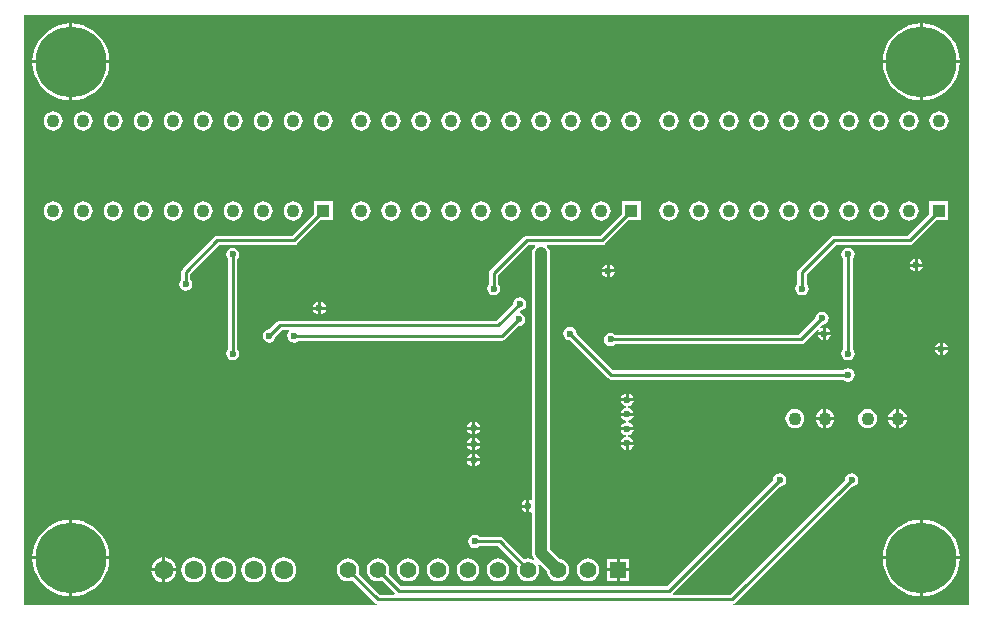
<source format=gbl>
G04*
G04 #@! TF.GenerationSoftware,Altium Limited,Altium Designer,18.1.11 (251)*
G04*
G04 Layer_Physical_Order=2*
G04 Layer_Color=16711680*
%FSLAX25Y25*%
%MOIN*%
G70*
G01*
G75*
%ADD36C,0.01000*%
%ADD37C,0.03937*%
%ADD38R,0.05504X0.05504*%
%ADD39C,0.05504*%
%ADD40C,0.04331*%
%ADD41R,0.04331X0.04331*%
%ADD42C,0.23622*%
%ADD43C,0.06299*%
%ADD44C,0.02362*%
G36*
X314961Y0D02*
X236576D01*
X236527Y500D01*
X236806Y556D01*
X237302Y887D01*
X275933Y39519D01*
X275984Y39508D01*
X276835Y39678D01*
X277557Y40160D01*
X278039Y40881D01*
X278208Y41732D01*
X278039Y42583D01*
X277557Y43305D01*
X276835Y43787D01*
X275984Y43956D01*
X275133Y43787D01*
X274412Y43305D01*
X273930Y42583D01*
X273760Y41732D01*
X273770Y41681D01*
X235587Y3498D01*
X216579D01*
X216372Y3998D01*
X251918Y39544D01*
X251969Y39533D01*
X252819Y39703D01*
X253541Y40185D01*
X254023Y40906D01*
X254192Y41757D01*
X254023Y42608D01*
X253541Y43330D01*
X252819Y43812D01*
X251969Y43981D01*
X251117Y43812D01*
X250396Y43330D01*
X249914Y42608D01*
X249745Y41757D01*
X249755Y41706D01*
X214402Y6353D01*
X125784D01*
X121669Y10469D01*
X121819Y10832D01*
X121948Y11811D01*
X121819Y12790D01*
X121441Y13703D01*
X120840Y14487D01*
X120056Y15088D01*
X119143Y15466D01*
X118164Y15595D01*
X117184Y15466D01*
X116272Y15088D01*
X115488Y14487D01*
X114887Y13703D01*
X114509Y12790D01*
X114380Y11811D01*
X114509Y10832D01*
X114887Y9919D01*
X115488Y9135D01*
X116272Y8534D01*
X117184Y8156D01*
X118164Y8027D01*
X119143Y8156D01*
X119506Y8306D01*
X123814Y3998D01*
X123607Y3498D01*
X118640D01*
X111669Y10469D01*
X111819Y10832D01*
X111948Y11811D01*
X111819Y12790D01*
X111441Y13703D01*
X110840Y14487D01*
X110056Y15088D01*
X109143Y15466D01*
X108164Y15595D01*
X107185Y15466D01*
X106272Y15088D01*
X105488Y14487D01*
X104887Y13703D01*
X104509Y12790D01*
X104380Y11811D01*
X104509Y10832D01*
X104887Y9919D01*
X105488Y9135D01*
X106272Y8534D01*
X107185Y8156D01*
X108164Y8027D01*
X109143Y8156D01*
X109506Y8306D01*
X116925Y887D01*
X117421Y556D01*
X117700Y500D01*
X117651Y0D01*
X0D01*
Y196850D01*
X314961D01*
Y0D01*
D02*
G37*
%LPC*%
G36*
X299713Y193914D02*
Y181602D01*
X312024D01*
X311905Y183113D01*
X311434Y185073D01*
X310663Y186936D01*
X309609Y188656D01*
X308299Y190189D01*
X306766Y191499D01*
X305047Y192552D01*
X303184Y193324D01*
X301223Y193795D01*
X299713Y193914D01*
D02*
G37*
G36*
X298713D02*
X297202Y193795D01*
X295241Y193324D01*
X293378Y192552D01*
X291659Y191499D01*
X290126Y190189D01*
X288816Y188656D01*
X287763Y186936D01*
X286991Y185073D01*
X286520Y183113D01*
X286401Y181602D01*
X298713D01*
Y193914D01*
D02*
G37*
G36*
X16248D02*
Y181602D01*
X28559D01*
X28440Y183113D01*
X27970Y185073D01*
X27198Y186936D01*
X26144Y188656D01*
X24835Y190189D01*
X23301Y191499D01*
X21582Y192552D01*
X19719Y193324D01*
X17758Y193795D01*
X16248Y193914D01*
D02*
G37*
G36*
X15248D02*
X13738Y193795D01*
X11777Y193324D01*
X9914Y192552D01*
X8195Y191499D01*
X6661Y190189D01*
X5352Y188656D01*
X4298Y186936D01*
X3526Y185073D01*
X3056Y183113D01*
X2937Y181602D01*
X15248D01*
Y193914D01*
D02*
G37*
G36*
X312024Y180602D02*
X299713D01*
Y168291D01*
X301223Y168410D01*
X303184Y168881D01*
X305047Y169652D01*
X306766Y170706D01*
X308299Y172016D01*
X309609Y173549D01*
X310663Y175268D01*
X311434Y177131D01*
X311905Y179092D01*
X312024Y180602D01*
D02*
G37*
G36*
X298713D02*
X286401D01*
X286520Y179092D01*
X286991Y177131D01*
X287763Y175268D01*
X288816Y173549D01*
X290126Y172016D01*
X291659Y170706D01*
X293378Y169652D01*
X295241Y168881D01*
X297202Y168410D01*
X298713Y168291D01*
Y180602D01*
D02*
G37*
G36*
X28559D02*
X16248D01*
Y168291D01*
X17758Y168410D01*
X19719Y168881D01*
X21582Y169652D01*
X23301Y170706D01*
X24835Y172016D01*
X26144Y173549D01*
X27198Y175268D01*
X27970Y177131D01*
X28440Y179092D01*
X28559Y180602D01*
D02*
G37*
G36*
X15248D02*
X2937D01*
X3056Y179092D01*
X3526Y177131D01*
X4298Y175268D01*
X5352Y173549D01*
X6661Y172016D01*
X8195Y170706D01*
X9914Y169652D01*
X11777Y168881D01*
X13738Y168410D01*
X15248Y168291D01*
Y180602D01*
D02*
G37*
G36*
X305118Y164610D02*
X304292Y164501D01*
X303522Y164182D01*
X302861Y163675D01*
X302353Y163014D01*
X302034Y162244D01*
X301925Y161417D01*
X302034Y160591D01*
X302353Y159821D01*
X302861Y159160D01*
X303522Y158652D01*
X304292Y158333D01*
X305118Y158225D01*
X305944Y158333D01*
X306714Y158652D01*
X307376Y159160D01*
X307883Y159821D01*
X308202Y160591D01*
X308311Y161417D01*
X308202Y162244D01*
X307883Y163014D01*
X307376Y163675D01*
X306714Y164182D01*
X305944Y164501D01*
X305118Y164610D01*
D02*
G37*
G36*
X295118D02*
X294292Y164501D01*
X293522Y164182D01*
X292861Y163675D01*
X292353Y163014D01*
X292034Y162244D01*
X291925Y161417D01*
X292034Y160591D01*
X292353Y159821D01*
X292861Y159160D01*
X293522Y158652D01*
X294292Y158333D01*
X295118Y158225D01*
X295944Y158333D01*
X296714Y158652D01*
X297376Y159160D01*
X297883Y159821D01*
X298202Y160591D01*
X298311Y161417D01*
X298202Y162244D01*
X297883Y163014D01*
X297376Y163675D01*
X296714Y164182D01*
X295944Y164501D01*
X295118Y164610D01*
D02*
G37*
G36*
X285118D02*
X284292Y164501D01*
X283522Y164182D01*
X282861Y163675D01*
X282353Y163014D01*
X282034Y162244D01*
X281925Y161417D01*
X282034Y160591D01*
X282353Y159821D01*
X282861Y159160D01*
X283522Y158652D01*
X284292Y158333D01*
X285118Y158225D01*
X285944Y158333D01*
X286714Y158652D01*
X287376Y159160D01*
X287883Y159821D01*
X288202Y160591D01*
X288311Y161417D01*
X288202Y162244D01*
X287883Y163014D01*
X287376Y163675D01*
X286714Y164182D01*
X285944Y164501D01*
X285118Y164610D01*
D02*
G37*
G36*
X275118D02*
X274292Y164501D01*
X273522Y164182D01*
X272861Y163675D01*
X272353Y163014D01*
X272034Y162244D01*
X271925Y161417D01*
X272034Y160591D01*
X272353Y159821D01*
X272861Y159160D01*
X273522Y158652D01*
X274292Y158333D01*
X275118Y158225D01*
X275944Y158333D01*
X276714Y158652D01*
X277376Y159160D01*
X277883Y159821D01*
X278202Y160591D01*
X278311Y161417D01*
X278202Y162244D01*
X277883Y163014D01*
X277376Y163675D01*
X276714Y164182D01*
X275944Y164501D01*
X275118Y164610D01*
D02*
G37*
G36*
X265118D02*
X264292Y164501D01*
X263522Y164182D01*
X262861Y163675D01*
X262353Y163014D01*
X262034Y162244D01*
X261925Y161417D01*
X262034Y160591D01*
X262353Y159821D01*
X262861Y159160D01*
X263522Y158652D01*
X264292Y158333D01*
X265118Y158225D01*
X265944Y158333D01*
X266714Y158652D01*
X267376Y159160D01*
X267883Y159821D01*
X268202Y160591D01*
X268311Y161417D01*
X268202Y162244D01*
X267883Y163014D01*
X267376Y163675D01*
X266714Y164182D01*
X265944Y164501D01*
X265118Y164610D01*
D02*
G37*
G36*
X255118D02*
X254292Y164501D01*
X253522Y164182D01*
X252861Y163675D01*
X252353Y163014D01*
X252034Y162244D01*
X251925Y161417D01*
X252034Y160591D01*
X252353Y159821D01*
X252861Y159160D01*
X253522Y158652D01*
X254292Y158333D01*
X255118Y158225D01*
X255944Y158333D01*
X256714Y158652D01*
X257376Y159160D01*
X257883Y159821D01*
X258202Y160591D01*
X258311Y161417D01*
X258202Y162244D01*
X257883Y163014D01*
X257376Y163675D01*
X256714Y164182D01*
X255944Y164501D01*
X255118Y164610D01*
D02*
G37*
G36*
X245118D02*
X244292Y164501D01*
X243522Y164182D01*
X242861Y163675D01*
X242353Y163014D01*
X242034Y162244D01*
X241925Y161417D01*
X242034Y160591D01*
X242353Y159821D01*
X242861Y159160D01*
X243522Y158652D01*
X244292Y158333D01*
X245118Y158225D01*
X245944Y158333D01*
X246714Y158652D01*
X247376Y159160D01*
X247883Y159821D01*
X248202Y160591D01*
X248311Y161417D01*
X248202Y162244D01*
X247883Y163014D01*
X247376Y163675D01*
X246714Y164182D01*
X245944Y164501D01*
X245118Y164610D01*
D02*
G37*
G36*
X235118D02*
X234292Y164501D01*
X233522Y164182D01*
X232861Y163675D01*
X232353Y163014D01*
X232034Y162244D01*
X231925Y161417D01*
X232034Y160591D01*
X232353Y159821D01*
X232861Y159160D01*
X233522Y158652D01*
X234292Y158333D01*
X235118Y158225D01*
X235944Y158333D01*
X236714Y158652D01*
X237376Y159160D01*
X237883Y159821D01*
X238202Y160591D01*
X238311Y161417D01*
X238202Y162244D01*
X237883Y163014D01*
X237376Y163675D01*
X236714Y164182D01*
X235944Y164501D01*
X235118Y164610D01*
D02*
G37*
G36*
X225118D02*
X224292Y164501D01*
X223522Y164182D01*
X222861Y163675D01*
X222353Y163014D01*
X222034Y162244D01*
X221925Y161417D01*
X222034Y160591D01*
X222353Y159821D01*
X222861Y159160D01*
X223522Y158652D01*
X224292Y158333D01*
X225118Y158225D01*
X225944Y158333D01*
X226714Y158652D01*
X227376Y159160D01*
X227883Y159821D01*
X228202Y160591D01*
X228311Y161417D01*
X228202Y162244D01*
X227883Y163014D01*
X227376Y163675D01*
X226714Y164182D01*
X225944Y164501D01*
X225118Y164610D01*
D02*
G37*
G36*
X215118D02*
X214292Y164501D01*
X213522Y164182D01*
X212861Y163675D01*
X212353Y163014D01*
X212034Y162244D01*
X211925Y161417D01*
X212034Y160591D01*
X212353Y159821D01*
X212861Y159160D01*
X213522Y158652D01*
X214292Y158333D01*
X215118Y158225D01*
X215944Y158333D01*
X216714Y158652D01*
X217376Y159160D01*
X217883Y159821D01*
X218202Y160591D01*
X218311Y161417D01*
X218202Y162244D01*
X217883Y163014D01*
X217376Y163675D01*
X216714Y164182D01*
X215944Y164501D01*
X215118Y164610D01*
D02*
G37*
G36*
X202480D02*
X201654Y164501D01*
X200884Y164182D01*
X200223Y163675D01*
X199715Y163014D01*
X199396Y162244D01*
X199288Y161417D01*
X199396Y160591D01*
X199715Y159821D01*
X200223Y159160D01*
X200884Y158652D01*
X201654Y158333D01*
X202480Y158225D01*
X203307Y158333D01*
X204077Y158652D01*
X204738Y159160D01*
X205245Y159821D01*
X205564Y160591D01*
X205673Y161417D01*
X205564Y162244D01*
X205245Y163014D01*
X204738Y163675D01*
X204077Y164182D01*
X203307Y164501D01*
X202480Y164610D01*
D02*
G37*
G36*
X192480D02*
X191654Y164501D01*
X190884Y164182D01*
X190223Y163675D01*
X189715Y163014D01*
X189396Y162244D01*
X189288Y161417D01*
X189396Y160591D01*
X189715Y159821D01*
X190223Y159160D01*
X190884Y158652D01*
X191654Y158333D01*
X192480Y158225D01*
X193307Y158333D01*
X194077Y158652D01*
X194738Y159160D01*
X195245Y159821D01*
X195564Y160591D01*
X195673Y161417D01*
X195564Y162244D01*
X195245Y163014D01*
X194738Y163675D01*
X194077Y164182D01*
X193307Y164501D01*
X192480Y164610D01*
D02*
G37*
G36*
X182480D02*
X181654Y164501D01*
X180884Y164182D01*
X180223Y163675D01*
X179715Y163014D01*
X179396Y162244D01*
X179288Y161417D01*
X179396Y160591D01*
X179715Y159821D01*
X180223Y159160D01*
X180884Y158652D01*
X181654Y158333D01*
X182480Y158225D01*
X183307Y158333D01*
X184077Y158652D01*
X184738Y159160D01*
X185245Y159821D01*
X185564Y160591D01*
X185673Y161417D01*
X185564Y162244D01*
X185245Y163014D01*
X184738Y163675D01*
X184077Y164182D01*
X183307Y164501D01*
X182480Y164610D01*
D02*
G37*
G36*
X172480D02*
X171654Y164501D01*
X170884Y164182D01*
X170223Y163675D01*
X169715Y163014D01*
X169396Y162244D01*
X169288Y161417D01*
X169396Y160591D01*
X169715Y159821D01*
X170223Y159160D01*
X170884Y158652D01*
X171654Y158333D01*
X172480Y158225D01*
X173307Y158333D01*
X174077Y158652D01*
X174738Y159160D01*
X175245Y159821D01*
X175564Y160591D01*
X175673Y161417D01*
X175564Y162244D01*
X175245Y163014D01*
X174738Y163675D01*
X174077Y164182D01*
X173307Y164501D01*
X172480Y164610D01*
D02*
G37*
G36*
X162480D02*
X161654Y164501D01*
X160884Y164182D01*
X160223Y163675D01*
X159715Y163014D01*
X159396Y162244D01*
X159288Y161417D01*
X159396Y160591D01*
X159715Y159821D01*
X160223Y159160D01*
X160884Y158652D01*
X161654Y158333D01*
X162480Y158225D01*
X163307Y158333D01*
X164077Y158652D01*
X164738Y159160D01*
X165245Y159821D01*
X165564Y160591D01*
X165673Y161417D01*
X165564Y162244D01*
X165245Y163014D01*
X164738Y163675D01*
X164077Y164182D01*
X163307Y164501D01*
X162480Y164610D01*
D02*
G37*
G36*
X152480D02*
X151654Y164501D01*
X150884Y164182D01*
X150223Y163675D01*
X149715Y163014D01*
X149396Y162244D01*
X149288Y161417D01*
X149396Y160591D01*
X149715Y159821D01*
X150223Y159160D01*
X150884Y158652D01*
X151654Y158333D01*
X152480Y158225D01*
X153307Y158333D01*
X154077Y158652D01*
X154738Y159160D01*
X155245Y159821D01*
X155564Y160591D01*
X155673Y161417D01*
X155564Y162244D01*
X155245Y163014D01*
X154738Y163675D01*
X154077Y164182D01*
X153307Y164501D01*
X152480Y164610D01*
D02*
G37*
G36*
X142480D02*
X141654Y164501D01*
X140884Y164182D01*
X140223Y163675D01*
X139715Y163014D01*
X139396Y162244D01*
X139288Y161417D01*
X139396Y160591D01*
X139715Y159821D01*
X140223Y159160D01*
X140884Y158652D01*
X141654Y158333D01*
X142480Y158225D01*
X143307Y158333D01*
X144077Y158652D01*
X144738Y159160D01*
X145245Y159821D01*
X145564Y160591D01*
X145673Y161417D01*
X145564Y162244D01*
X145245Y163014D01*
X144738Y163675D01*
X144077Y164182D01*
X143307Y164501D01*
X142480Y164610D01*
D02*
G37*
G36*
X132480D02*
X131654Y164501D01*
X130884Y164182D01*
X130223Y163675D01*
X129715Y163014D01*
X129396Y162244D01*
X129288Y161417D01*
X129396Y160591D01*
X129715Y159821D01*
X130223Y159160D01*
X130884Y158652D01*
X131654Y158333D01*
X132480Y158225D01*
X133307Y158333D01*
X134077Y158652D01*
X134738Y159160D01*
X135245Y159821D01*
X135564Y160591D01*
X135673Y161417D01*
X135564Y162244D01*
X135245Y163014D01*
X134738Y163675D01*
X134077Y164182D01*
X133307Y164501D01*
X132480Y164610D01*
D02*
G37*
G36*
X122480D02*
X121654Y164501D01*
X120884Y164182D01*
X120223Y163675D01*
X119715Y163014D01*
X119396Y162244D01*
X119288Y161417D01*
X119396Y160591D01*
X119715Y159821D01*
X120223Y159160D01*
X120884Y158652D01*
X121654Y158333D01*
X122480Y158225D01*
X123307Y158333D01*
X124077Y158652D01*
X124738Y159160D01*
X125245Y159821D01*
X125564Y160591D01*
X125673Y161417D01*
X125564Y162244D01*
X125245Y163014D01*
X124738Y163675D01*
X124077Y164182D01*
X123307Y164501D01*
X122480Y164610D01*
D02*
G37*
G36*
X112480D02*
X111654Y164501D01*
X110884Y164182D01*
X110223Y163675D01*
X109715Y163014D01*
X109396Y162244D01*
X109288Y161417D01*
X109396Y160591D01*
X109715Y159821D01*
X110223Y159160D01*
X110884Y158652D01*
X111654Y158333D01*
X112480Y158225D01*
X113307Y158333D01*
X114077Y158652D01*
X114738Y159160D01*
X115245Y159821D01*
X115564Y160591D01*
X115673Y161417D01*
X115564Y162244D01*
X115245Y163014D01*
X114738Y163675D01*
X114077Y164182D01*
X113307Y164501D01*
X112480Y164610D01*
D02*
G37*
G36*
X99843D02*
X99016Y164501D01*
X98246Y164182D01*
X97585Y163675D01*
X97078Y163014D01*
X96759Y162244D01*
X96650Y161417D01*
X96759Y160591D01*
X97078Y159821D01*
X97585Y159160D01*
X98246Y158652D01*
X99016Y158333D01*
X99843Y158225D01*
X100669Y158333D01*
X101439Y158652D01*
X102100Y159160D01*
X102607Y159821D01*
X102926Y160591D01*
X103035Y161417D01*
X102926Y162244D01*
X102607Y163014D01*
X102100Y163675D01*
X101439Y164182D01*
X100669Y164501D01*
X99843Y164610D01*
D02*
G37*
G36*
X89842D02*
X89016Y164501D01*
X88246Y164182D01*
X87585Y163675D01*
X87078Y163014D01*
X86759Y162244D01*
X86650Y161417D01*
X86759Y160591D01*
X87078Y159821D01*
X87585Y159160D01*
X88246Y158652D01*
X89016Y158333D01*
X89842Y158225D01*
X90669Y158333D01*
X91439Y158652D01*
X92100Y159160D01*
X92607Y159821D01*
X92926Y160591D01*
X93035Y161417D01*
X92926Y162244D01*
X92607Y163014D01*
X92100Y163675D01*
X91439Y164182D01*
X90669Y164501D01*
X89842Y164610D01*
D02*
G37*
G36*
X79843D02*
X79016Y164501D01*
X78246Y164182D01*
X77585Y163675D01*
X77078Y163014D01*
X76759Y162244D01*
X76650Y161417D01*
X76759Y160591D01*
X77078Y159821D01*
X77585Y159160D01*
X78246Y158652D01*
X79016Y158333D01*
X79843Y158225D01*
X80669Y158333D01*
X81439Y158652D01*
X82100Y159160D01*
X82607Y159821D01*
X82926Y160591D01*
X83035Y161417D01*
X82926Y162244D01*
X82607Y163014D01*
X82100Y163675D01*
X81439Y164182D01*
X80669Y164501D01*
X79843Y164610D01*
D02*
G37*
G36*
X69842D02*
X69016Y164501D01*
X68246Y164182D01*
X67585Y163675D01*
X67078Y163014D01*
X66759Y162244D01*
X66650Y161417D01*
X66759Y160591D01*
X67078Y159821D01*
X67585Y159160D01*
X68246Y158652D01*
X69016Y158333D01*
X69842Y158225D01*
X70669Y158333D01*
X71439Y158652D01*
X72100Y159160D01*
X72607Y159821D01*
X72926Y160591D01*
X73035Y161417D01*
X72926Y162244D01*
X72607Y163014D01*
X72100Y163675D01*
X71439Y164182D01*
X70669Y164501D01*
X69842Y164610D01*
D02*
G37*
G36*
X59842D02*
X59016Y164501D01*
X58246Y164182D01*
X57585Y163675D01*
X57078Y163014D01*
X56759Y162244D01*
X56650Y161417D01*
X56759Y160591D01*
X57078Y159821D01*
X57585Y159160D01*
X58246Y158652D01*
X59016Y158333D01*
X59842Y158225D01*
X60669Y158333D01*
X61439Y158652D01*
X62100Y159160D01*
X62607Y159821D01*
X62926Y160591D01*
X63035Y161417D01*
X62926Y162244D01*
X62607Y163014D01*
X62100Y163675D01*
X61439Y164182D01*
X60669Y164501D01*
X59842Y164610D01*
D02*
G37*
G36*
X49843D02*
X49016Y164501D01*
X48246Y164182D01*
X47585Y163675D01*
X47078Y163014D01*
X46759Y162244D01*
X46650Y161417D01*
X46759Y160591D01*
X47078Y159821D01*
X47585Y159160D01*
X48246Y158652D01*
X49016Y158333D01*
X49843Y158225D01*
X50669Y158333D01*
X51439Y158652D01*
X52100Y159160D01*
X52607Y159821D01*
X52926Y160591D01*
X53035Y161417D01*
X52926Y162244D01*
X52607Y163014D01*
X52100Y163675D01*
X51439Y164182D01*
X50669Y164501D01*
X49843Y164610D01*
D02*
G37*
G36*
X39843D02*
X39016Y164501D01*
X38246Y164182D01*
X37585Y163675D01*
X37078Y163014D01*
X36759Y162244D01*
X36650Y161417D01*
X36759Y160591D01*
X37078Y159821D01*
X37585Y159160D01*
X38246Y158652D01*
X39016Y158333D01*
X39843Y158225D01*
X40669Y158333D01*
X41439Y158652D01*
X42100Y159160D01*
X42607Y159821D01*
X42926Y160591D01*
X43035Y161417D01*
X42926Y162244D01*
X42607Y163014D01*
X42100Y163675D01*
X41439Y164182D01*
X40669Y164501D01*
X39843Y164610D01*
D02*
G37*
G36*
X29842D02*
X29016Y164501D01*
X28246Y164182D01*
X27585Y163675D01*
X27078Y163014D01*
X26759Y162244D01*
X26650Y161417D01*
X26759Y160591D01*
X27078Y159821D01*
X27585Y159160D01*
X28246Y158652D01*
X29016Y158333D01*
X29842Y158225D01*
X30669Y158333D01*
X31439Y158652D01*
X32100Y159160D01*
X32607Y159821D01*
X32926Y160591D01*
X33035Y161417D01*
X32926Y162244D01*
X32607Y163014D01*
X32100Y163675D01*
X31439Y164182D01*
X30669Y164501D01*
X29842Y164610D01*
D02*
G37*
G36*
X19842D02*
X19016Y164501D01*
X18246Y164182D01*
X17585Y163675D01*
X17078Y163014D01*
X16759Y162244D01*
X16650Y161417D01*
X16759Y160591D01*
X17078Y159821D01*
X17585Y159160D01*
X18246Y158652D01*
X19016Y158333D01*
X19842Y158225D01*
X20669Y158333D01*
X21439Y158652D01*
X22100Y159160D01*
X22607Y159821D01*
X22926Y160591D01*
X23035Y161417D01*
X22926Y162244D01*
X22607Y163014D01*
X22100Y163675D01*
X21439Y164182D01*
X20669Y164501D01*
X19842Y164610D01*
D02*
G37*
G36*
X9843D02*
X9016Y164501D01*
X8246Y164182D01*
X7585Y163675D01*
X7078Y163014D01*
X6759Y162244D01*
X6650Y161417D01*
X6759Y160591D01*
X7078Y159821D01*
X7585Y159160D01*
X8246Y158652D01*
X9016Y158333D01*
X9843Y158225D01*
X10669Y158333D01*
X11439Y158652D01*
X12100Y159160D01*
X12607Y159821D01*
X12926Y160591D01*
X13035Y161417D01*
X12926Y162244D01*
X12607Y163014D01*
X12100Y163675D01*
X11439Y164182D01*
X10669Y164501D01*
X9843Y164610D01*
D02*
G37*
G36*
X295118Y134610D02*
X294292Y134501D01*
X293522Y134182D01*
X292861Y133675D01*
X292353Y133014D01*
X292034Y132244D01*
X291925Y131417D01*
X292034Y130591D01*
X292353Y129821D01*
X292861Y129160D01*
X293522Y128652D01*
X294292Y128333D01*
X295118Y128225D01*
X295944Y128333D01*
X296714Y128652D01*
X297376Y129160D01*
X297883Y129821D01*
X298202Y130591D01*
X298311Y131417D01*
X298202Y132244D01*
X297883Y133014D01*
X297376Y133675D01*
X296714Y134182D01*
X295944Y134501D01*
X295118Y134610D01*
D02*
G37*
G36*
X285118D02*
X284292Y134501D01*
X283522Y134182D01*
X282861Y133675D01*
X282353Y133014D01*
X282034Y132244D01*
X281925Y131417D01*
X282034Y130591D01*
X282353Y129821D01*
X282861Y129160D01*
X283522Y128652D01*
X284292Y128333D01*
X285118Y128225D01*
X285944Y128333D01*
X286714Y128652D01*
X287376Y129160D01*
X287883Y129821D01*
X288202Y130591D01*
X288311Y131417D01*
X288202Y132244D01*
X287883Y133014D01*
X287376Y133675D01*
X286714Y134182D01*
X285944Y134501D01*
X285118Y134610D01*
D02*
G37*
G36*
X275118D02*
X274292Y134501D01*
X273522Y134182D01*
X272861Y133675D01*
X272353Y133014D01*
X272034Y132244D01*
X271925Y131417D01*
X272034Y130591D01*
X272353Y129821D01*
X272861Y129160D01*
X273522Y128652D01*
X274292Y128333D01*
X275118Y128225D01*
X275944Y128333D01*
X276714Y128652D01*
X277376Y129160D01*
X277883Y129821D01*
X278202Y130591D01*
X278311Y131417D01*
X278202Y132244D01*
X277883Y133014D01*
X277376Y133675D01*
X276714Y134182D01*
X275944Y134501D01*
X275118Y134610D01*
D02*
G37*
G36*
X265118D02*
X264292Y134501D01*
X263522Y134182D01*
X262861Y133675D01*
X262353Y133014D01*
X262034Y132244D01*
X261925Y131417D01*
X262034Y130591D01*
X262353Y129821D01*
X262861Y129160D01*
X263522Y128652D01*
X264292Y128333D01*
X265118Y128225D01*
X265944Y128333D01*
X266714Y128652D01*
X267376Y129160D01*
X267883Y129821D01*
X268202Y130591D01*
X268311Y131417D01*
X268202Y132244D01*
X267883Y133014D01*
X267376Y133675D01*
X266714Y134182D01*
X265944Y134501D01*
X265118Y134610D01*
D02*
G37*
G36*
X255118D02*
X254292Y134501D01*
X253522Y134182D01*
X252861Y133675D01*
X252353Y133014D01*
X252034Y132244D01*
X251925Y131417D01*
X252034Y130591D01*
X252353Y129821D01*
X252861Y129160D01*
X253522Y128652D01*
X254292Y128333D01*
X255118Y128225D01*
X255944Y128333D01*
X256714Y128652D01*
X257376Y129160D01*
X257883Y129821D01*
X258202Y130591D01*
X258311Y131417D01*
X258202Y132244D01*
X257883Y133014D01*
X257376Y133675D01*
X256714Y134182D01*
X255944Y134501D01*
X255118Y134610D01*
D02*
G37*
G36*
X245118D02*
X244292Y134501D01*
X243522Y134182D01*
X242861Y133675D01*
X242353Y133014D01*
X242034Y132244D01*
X241925Y131417D01*
X242034Y130591D01*
X242353Y129821D01*
X242861Y129160D01*
X243522Y128652D01*
X244292Y128333D01*
X245118Y128225D01*
X245944Y128333D01*
X246714Y128652D01*
X247376Y129160D01*
X247883Y129821D01*
X248202Y130591D01*
X248311Y131417D01*
X248202Y132244D01*
X247883Y133014D01*
X247376Y133675D01*
X246714Y134182D01*
X245944Y134501D01*
X245118Y134610D01*
D02*
G37*
G36*
X235118D02*
X234292Y134501D01*
X233522Y134182D01*
X232861Y133675D01*
X232353Y133014D01*
X232034Y132244D01*
X231925Y131417D01*
X232034Y130591D01*
X232353Y129821D01*
X232861Y129160D01*
X233522Y128652D01*
X234292Y128333D01*
X235118Y128225D01*
X235944Y128333D01*
X236714Y128652D01*
X237376Y129160D01*
X237883Y129821D01*
X238202Y130591D01*
X238311Y131417D01*
X238202Y132244D01*
X237883Y133014D01*
X237376Y133675D01*
X236714Y134182D01*
X235944Y134501D01*
X235118Y134610D01*
D02*
G37*
G36*
X225118D02*
X224292Y134501D01*
X223522Y134182D01*
X222861Y133675D01*
X222353Y133014D01*
X222034Y132244D01*
X221925Y131417D01*
X222034Y130591D01*
X222353Y129821D01*
X222861Y129160D01*
X223522Y128652D01*
X224292Y128333D01*
X225118Y128225D01*
X225944Y128333D01*
X226714Y128652D01*
X227376Y129160D01*
X227883Y129821D01*
X228202Y130591D01*
X228311Y131417D01*
X228202Y132244D01*
X227883Y133014D01*
X227376Y133675D01*
X226714Y134182D01*
X225944Y134501D01*
X225118Y134610D01*
D02*
G37*
G36*
X215118D02*
X214292Y134501D01*
X213522Y134182D01*
X212861Y133675D01*
X212353Y133014D01*
X212034Y132244D01*
X211925Y131417D01*
X212034Y130591D01*
X212353Y129821D01*
X212861Y129160D01*
X213522Y128652D01*
X214292Y128333D01*
X215118Y128225D01*
X215944Y128333D01*
X216714Y128652D01*
X217376Y129160D01*
X217883Y129821D01*
X218202Y130591D01*
X218311Y131417D01*
X218202Y132244D01*
X217883Y133014D01*
X217376Y133675D01*
X216714Y134182D01*
X215944Y134501D01*
X215118Y134610D01*
D02*
G37*
G36*
X192480D02*
X191654Y134501D01*
X190884Y134182D01*
X190223Y133675D01*
X189715Y133014D01*
X189396Y132244D01*
X189288Y131417D01*
X189396Y130591D01*
X189715Y129821D01*
X190223Y129160D01*
X190884Y128652D01*
X191654Y128333D01*
X192480Y128225D01*
X193307Y128333D01*
X194077Y128652D01*
X194738Y129160D01*
X195245Y129821D01*
X195564Y130591D01*
X195673Y131417D01*
X195564Y132244D01*
X195245Y133014D01*
X194738Y133675D01*
X194077Y134182D01*
X193307Y134501D01*
X192480Y134610D01*
D02*
G37*
G36*
X182480D02*
X181654Y134501D01*
X180884Y134182D01*
X180223Y133675D01*
X179715Y133014D01*
X179396Y132244D01*
X179288Y131417D01*
X179396Y130591D01*
X179715Y129821D01*
X180223Y129160D01*
X180884Y128652D01*
X181654Y128333D01*
X182480Y128225D01*
X183307Y128333D01*
X184077Y128652D01*
X184738Y129160D01*
X185245Y129821D01*
X185564Y130591D01*
X185673Y131417D01*
X185564Y132244D01*
X185245Y133014D01*
X184738Y133675D01*
X184077Y134182D01*
X183307Y134501D01*
X182480Y134610D01*
D02*
G37*
G36*
X172480D02*
X171654Y134501D01*
X170884Y134182D01*
X170223Y133675D01*
X169715Y133014D01*
X169396Y132244D01*
X169288Y131417D01*
X169396Y130591D01*
X169715Y129821D01*
X170223Y129160D01*
X170884Y128652D01*
X171654Y128333D01*
X172480Y128225D01*
X173307Y128333D01*
X174077Y128652D01*
X174738Y129160D01*
X175245Y129821D01*
X175564Y130591D01*
X175673Y131417D01*
X175564Y132244D01*
X175245Y133014D01*
X174738Y133675D01*
X174077Y134182D01*
X173307Y134501D01*
X172480Y134610D01*
D02*
G37*
G36*
X162480D02*
X161654Y134501D01*
X160884Y134182D01*
X160223Y133675D01*
X159715Y133014D01*
X159396Y132244D01*
X159288Y131417D01*
X159396Y130591D01*
X159715Y129821D01*
X160223Y129160D01*
X160884Y128652D01*
X161654Y128333D01*
X162480Y128225D01*
X163307Y128333D01*
X164077Y128652D01*
X164738Y129160D01*
X165245Y129821D01*
X165564Y130591D01*
X165673Y131417D01*
X165564Y132244D01*
X165245Y133014D01*
X164738Y133675D01*
X164077Y134182D01*
X163307Y134501D01*
X162480Y134610D01*
D02*
G37*
G36*
X152480D02*
X151654Y134501D01*
X150884Y134182D01*
X150223Y133675D01*
X149715Y133014D01*
X149396Y132244D01*
X149288Y131417D01*
X149396Y130591D01*
X149715Y129821D01*
X150223Y129160D01*
X150884Y128652D01*
X151654Y128333D01*
X152480Y128225D01*
X153307Y128333D01*
X154077Y128652D01*
X154738Y129160D01*
X155245Y129821D01*
X155564Y130591D01*
X155673Y131417D01*
X155564Y132244D01*
X155245Y133014D01*
X154738Y133675D01*
X154077Y134182D01*
X153307Y134501D01*
X152480Y134610D01*
D02*
G37*
G36*
X142480D02*
X141654Y134501D01*
X140884Y134182D01*
X140223Y133675D01*
X139715Y133014D01*
X139396Y132244D01*
X139288Y131417D01*
X139396Y130591D01*
X139715Y129821D01*
X140223Y129160D01*
X140884Y128652D01*
X141654Y128333D01*
X142480Y128225D01*
X143307Y128333D01*
X144077Y128652D01*
X144738Y129160D01*
X145245Y129821D01*
X145564Y130591D01*
X145673Y131417D01*
X145564Y132244D01*
X145245Y133014D01*
X144738Y133675D01*
X144077Y134182D01*
X143307Y134501D01*
X142480Y134610D01*
D02*
G37*
G36*
X132480D02*
X131654Y134501D01*
X130884Y134182D01*
X130223Y133675D01*
X129715Y133014D01*
X129396Y132244D01*
X129288Y131417D01*
X129396Y130591D01*
X129715Y129821D01*
X130223Y129160D01*
X130884Y128652D01*
X131654Y128333D01*
X132480Y128225D01*
X133307Y128333D01*
X134077Y128652D01*
X134738Y129160D01*
X135245Y129821D01*
X135564Y130591D01*
X135673Y131417D01*
X135564Y132244D01*
X135245Y133014D01*
X134738Y133675D01*
X134077Y134182D01*
X133307Y134501D01*
X132480Y134610D01*
D02*
G37*
G36*
X122480D02*
X121654Y134501D01*
X120884Y134182D01*
X120223Y133675D01*
X119715Y133014D01*
X119396Y132244D01*
X119288Y131417D01*
X119396Y130591D01*
X119715Y129821D01*
X120223Y129160D01*
X120884Y128652D01*
X121654Y128333D01*
X122480Y128225D01*
X123307Y128333D01*
X124077Y128652D01*
X124738Y129160D01*
X125245Y129821D01*
X125564Y130591D01*
X125673Y131417D01*
X125564Y132244D01*
X125245Y133014D01*
X124738Y133675D01*
X124077Y134182D01*
X123307Y134501D01*
X122480Y134610D01*
D02*
G37*
G36*
X112480D02*
X111654Y134501D01*
X110884Y134182D01*
X110223Y133675D01*
X109715Y133014D01*
X109396Y132244D01*
X109288Y131417D01*
X109396Y130591D01*
X109715Y129821D01*
X110223Y129160D01*
X110884Y128652D01*
X111654Y128333D01*
X112480Y128225D01*
X113307Y128333D01*
X114077Y128652D01*
X114738Y129160D01*
X115245Y129821D01*
X115564Y130591D01*
X115673Y131417D01*
X115564Y132244D01*
X115245Y133014D01*
X114738Y133675D01*
X114077Y134182D01*
X113307Y134501D01*
X112480Y134610D01*
D02*
G37*
G36*
X89842D02*
X89016Y134501D01*
X88246Y134182D01*
X87585Y133675D01*
X87078Y133014D01*
X86759Y132244D01*
X86650Y131417D01*
X86759Y130591D01*
X87078Y129821D01*
X87585Y129160D01*
X88246Y128652D01*
X89016Y128333D01*
X89842Y128225D01*
X90669Y128333D01*
X91439Y128652D01*
X92100Y129160D01*
X92607Y129821D01*
X92926Y130591D01*
X93035Y131417D01*
X92926Y132244D01*
X92607Y133014D01*
X92100Y133675D01*
X91439Y134182D01*
X90669Y134501D01*
X89842Y134610D01*
D02*
G37*
G36*
X79843D02*
X79016Y134501D01*
X78246Y134182D01*
X77585Y133675D01*
X77078Y133014D01*
X76759Y132244D01*
X76650Y131417D01*
X76759Y130591D01*
X77078Y129821D01*
X77585Y129160D01*
X78246Y128652D01*
X79016Y128333D01*
X79843Y128225D01*
X80669Y128333D01*
X81439Y128652D01*
X82100Y129160D01*
X82607Y129821D01*
X82926Y130591D01*
X83035Y131417D01*
X82926Y132244D01*
X82607Y133014D01*
X82100Y133675D01*
X81439Y134182D01*
X80669Y134501D01*
X79843Y134610D01*
D02*
G37*
G36*
X69842D02*
X69016Y134501D01*
X68246Y134182D01*
X67585Y133675D01*
X67078Y133014D01*
X66759Y132244D01*
X66650Y131417D01*
X66759Y130591D01*
X67078Y129821D01*
X67585Y129160D01*
X68246Y128652D01*
X69016Y128333D01*
X69842Y128225D01*
X70669Y128333D01*
X71439Y128652D01*
X72100Y129160D01*
X72607Y129821D01*
X72926Y130591D01*
X73035Y131417D01*
X72926Y132244D01*
X72607Y133014D01*
X72100Y133675D01*
X71439Y134182D01*
X70669Y134501D01*
X69842Y134610D01*
D02*
G37*
G36*
X59842D02*
X59016Y134501D01*
X58246Y134182D01*
X57585Y133675D01*
X57078Y133014D01*
X56759Y132244D01*
X56650Y131417D01*
X56759Y130591D01*
X57078Y129821D01*
X57585Y129160D01*
X58246Y128652D01*
X59016Y128333D01*
X59842Y128225D01*
X60669Y128333D01*
X61439Y128652D01*
X62100Y129160D01*
X62607Y129821D01*
X62926Y130591D01*
X63035Y131417D01*
X62926Y132244D01*
X62607Y133014D01*
X62100Y133675D01*
X61439Y134182D01*
X60669Y134501D01*
X59842Y134610D01*
D02*
G37*
G36*
X49843D02*
X49016Y134501D01*
X48246Y134182D01*
X47585Y133675D01*
X47078Y133014D01*
X46759Y132244D01*
X46650Y131417D01*
X46759Y130591D01*
X47078Y129821D01*
X47585Y129160D01*
X48246Y128652D01*
X49016Y128333D01*
X49843Y128225D01*
X50669Y128333D01*
X51439Y128652D01*
X52100Y129160D01*
X52607Y129821D01*
X52926Y130591D01*
X53035Y131417D01*
X52926Y132244D01*
X52607Y133014D01*
X52100Y133675D01*
X51439Y134182D01*
X50669Y134501D01*
X49843Y134610D01*
D02*
G37*
G36*
X39843D02*
X39016Y134501D01*
X38246Y134182D01*
X37585Y133675D01*
X37078Y133014D01*
X36759Y132244D01*
X36650Y131417D01*
X36759Y130591D01*
X37078Y129821D01*
X37585Y129160D01*
X38246Y128652D01*
X39016Y128333D01*
X39843Y128225D01*
X40669Y128333D01*
X41439Y128652D01*
X42100Y129160D01*
X42607Y129821D01*
X42926Y130591D01*
X43035Y131417D01*
X42926Y132244D01*
X42607Y133014D01*
X42100Y133675D01*
X41439Y134182D01*
X40669Y134501D01*
X39843Y134610D01*
D02*
G37*
G36*
X29842D02*
X29016Y134501D01*
X28246Y134182D01*
X27585Y133675D01*
X27078Y133014D01*
X26759Y132244D01*
X26650Y131417D01*
X26759Y130591D01*
X27078Y129821D01*
X27585Y129160D01*
X28246Y128652D01*
X29016Y128333D01*
X29842Y128225D01*
X30669Y128333D01*
X31439Y128652D01*
X32100Y129160D01*
X32607Y129821D01*
X32926Y130591D01*
X33035Y131417D01*
X32926Y132244D01*
X32607Y133014D01*
X32100Y133675D01*
X31439Y134182D01*
X30669Y134501D01*
X29842Y134610D01*
D02*
G37*
G36*
X19842D02*
X19016Y134501D01*
X18246Y134182D01*
X17585Y133675D01*
X17078Y133014D01*
X16759Y132244D01*
X16650Y131417D01*
X16759Y130591D01*
X17078Y129821D01*
X17585Y129160D01*
X18246Y128652D01*
X19016Y128333D01*
X19842Y128225D01*
X20669Y128333D01*
X21439Y128652D01*
X22100Y129160D01*
X22607Y129821D01*
X22926Y130591D01*
X23035Y131417D01*
X22926Y132244D01*
X22607Y133014D01*
X22100Y133675D01*
X21439Y134182D01*
X20669Y134501D01*
X19842Y134610D01*
D02*
G37*
G36*
X9843D02*
X9016Y134501D01*
X8246Y134182D01*
X7585Y133675D01*
X7078Y133014D01*
X6759Y132244D01*
X6650Y131417D01*
X6759Y130591D01*
X7078Y129821D01*
X7585Y129160D01*
X8246Y128652D01*
X9016Y128333D01*
X9843Y128225D01*
X10669Y128333D01*
X11439Y128652D01*
X12100Y129160D01*
X12607Y129821D01*
X12926Y130591D01*
X13035Y131417D01*
X12926Y132244D01*
X12607Y133014D01*
X12100Y133675D01*
X11439Y134182D01*
X10669Y134501D01*
X9843Y134610D01*
D02*
G37*
G36*
X298039Y115510D02*
Y113886D01*
X299664D01*
X299594Y114237D01*
X299112Y114958D01*
X298390Y115440D01*
X298039Y115510D01*
D02*
G37*
G36*
X297039D02*
X296688Y115440D01*
X295967Y114958D01*
X295485Y114237D01*
X295415Y113886D01*
X297039D01*
Y115510D01*
D02*
G37*
G36*
X195382Y113542D02*
Y111917D01*
X197006D01*
X196936Y112268D01*
X196454Y112990D01*
X195733Y113472D01*
X195382Y113542D01*
D02*
G37*
G36*
X194382D02*
X194031Y113472D01*
X193309Y112990D01*
X192827Y112268D01*
X192757Y111917D01*
X194382D01*
Y113542D01*
D02*
G37*
G36*
X299664Y112886D02*
X298039D01*
Y111261D01*
X298390Y111331D01*
X299112Y111813D01*
X299594Y112535D01*
X299664Y112886D01*
D02*
G37*
G36*
X297039D02*
X295415D01*
X295485Y112535D01*
X295967Y111813D01*
X296688Y111331D01*
X297039Y111261D01*
Y112886D01*
D02*
G37*
G36*
X197006Y110917D02*
X195382D01*
Y109293D01*
X195733Y109363D01*
X196454Y109845D01*
X196936Y110566D01*
X197006Y110917D01*
D02*
G37*
G36*
X194382D02*
X192757D01*
X192827Y110566D01*
X193309Y109845D01*
X194031Y109363D01*
X194382Y109293D01*
Y110917D01*
D02*
G37*
G36*
X103008Y134583D02*
X96677D01*
Y130415D01*
X89445Y123183D01*
X64567D01*
X63982Y123066D01*
X63485Y122735D01*
X52974Y112223D01*
X52642Y111727D01*
X52526Y111142D01*
Y108570D01*
X52483Y108541D01*
X52001Y107819D01*
X51831Y106968D01*
X52001Y106117D01*
X52483Y105396D01*
X53204Y104914D01*
X54055Y104745D01*
X54906Y104914D01*
X55628Y105396D01*
X56110Y106117D01*
X56279Y106968D01*
X56110Y107819D01*
X55628Y108541D01*
X55585Y108570D01*
Y110508D01*
X65200Y120124D01*
X90079D01*
X90664Y120241D01*
X91160Y120572D01*
X98840Y128252D01*
X103008D01*
Y134583D01*
D02*
G37*
G36*
X308283D02*
X301953D01*
Y130415D01*
X294721Y123183D01*
X270079D01*
X269494Y123066D01*
X268997Y122735D01*
X258367Y112105D01*
X258036Y111609D01*
X257919Y111024D01*
Y107113D01*
X257876Y107084D01*
X257394Y106363D01*
X257225Y105512D01*
X257394Y104661D01*
X257876Y103939D01*
X258598Y103457D01*
X259449Y103288D01*
X260300Y103457D01*
X261021Y103939D01*
X261503Y104661D01*
X261673Y105512D01*
X261503Y106363D01*
X261021Y107084D01*
X260978Y107113D01*
Y110390D01*
X270712Y120124D01*
X295354D01*
X295940Y120241D01*
X296436Y120572D01*
X304116Y128252D01*
X308283D01*
Y134583D01*
D02*
G37*
G36*
X99073Y101189D02*
Y99565D01*
X100697D01*
X100627Y99916D01*
X100145Y100637D01*
X99424Y101119D01*
X99073Y101189D01*
D02*
G37*
G36*
X98073D02*
X97722Y101119D01*
X97000Y100637D01*
X96518Y99916D01*
X96448Y99565D01*
X98073D01*
Y101189D01*
D02*
G37*
G36*
X100697Y98565D02*
X99073D01*
Y96941D01*
X99424Y97010D01*
X100145Y97492D01*
X100627Y98214D01*
X100697Y98565D01*
D02*
G37*
G36*
X98073D02*
X96448D01*
X96518Y98214D01*
X97000Y97492D01*
X97722Y97010D01*
X98073Y96941D01*
Y98565D01*
D02*
G37*
G36*
X266142Y97893D02*
X265291Y97724D01*
X264569Y97242D01*
X264087Y96520D01*
X263918Y95669D01*
X263928Y95618D01*
X258422Y90112D01*
X197271D01*
X197242Y90155D01*
X196520Y90637D01*
X195669Y90807D01*
X194818Y90637D01*
X194097Y90155D01*
X193615Y89434D01*
X193446Y88583D01*
X193615Y87732D01*
X194097Y87010D01*
X194818Y86528D01*
X195669Y86359D01*
X196520Y86528D01*
X197242Y87010D01*
X197271Y87053D01*
X259055D01*
X259640Y87170D01*
X260137Y87501D01*
X264689Y92054D01*
X265077Y91735D01*
X264815Y91343D01*
X264746Y90992D01*
X266370D01*
Y92616D01*
X266019Y92547D01*
X265628Y92285D01*
X265309Y92673D01*
X266091Y93456D01*
X266142Y93445D01*
X266993Y93615D01*
X267714Y94097D01*
X268196Y94818D01*
X268366Y95669D01*
X268196Y96520D01*
X267714Y97242D01*
X266993Y97724D01*
X266142Y97893D01*
D02*
G37*
G36*
X165354Y102618D02*
X164503Y102448D01*
X163782Y101966D01*
X163300Y101245D01*
X163130Y100394D01*
X163141Y100343D01*
X157634Y94836D01*
X85433D01*
X84848Y94720D01*
X84352Y94389D01*
X81941Y91978D01*
X81890Y91988D01*
X81039Y91818D01*
X80317Y91336D01*
X79835Y90615D01*
X79666Y89764D01*
X79835Y88913D01*
X80317Y88191D01*
X81039Y87709D01*
X81890Y87540D01*
X82741Y87709D01*
X83462Y88191D01*
X83944Y88913D01*
X84114Y89764D01*
X84104Y89815D01*
X86067Y91778D01*
X88414D01*
X88546Y91278D01*
X88103Y90615D01*
X87934Y89764D01*
X88103Y88913D01*
X88585Y88191D01*
X89306Y87709D01*
X90158Y87540D01*
X91009Y87709D01*
X91730Y88191D01*
X91759Y88234D01*
X159449D01*
X160034Y88351D01*
X160530Y88682D01*
X164910Y93062D01*
X164961Y93052D01*
X165812Y93221D01*
X166533Y93703D01*
X167015Y94425D01*
X167184Y95276D01*
X167015Y96127D01*
X166533Y96848D01*
X165812Y97330D01*
X165528Y97387D01*
X165431Y97514D01*
X165313Y97918D01*
X165519Y98203D01*
X166205Y98339D01*
X166927Y98821D01*
X167409Y99543D01*
X167578Y100394D01*
X167409Y101245D01*
X166927Y101966D01*
X166205Y102448D01*
X165354Y102618D01*
D02*
G37*
G36*
X267370Y92616D02*
Y90992D01*
X268994D01*
X268925Y91343D01*
X268443Y92065D01*
X267721Y92547D01*
X267370Y92616D01*
D02*
G37*
G36*
X268994Y89992D02*
X267370D01*
Y88368D01*
X267721Y88438D01*
X268443Y88920D01*
X268925Y89641D01*
X268994Y89992D01*
D02*
G37*
G36*
X266370D02*
X264746D01*
X264815Y89641D01*
X265298Y88920D01*
X266019Y88438D01*
X266370Y88368D01*
Y89992D01*
D02*
G37*
G36*
X306405Y87557D02*
Y85933D01*
X308030D01*
X307960Y86284D01*
X307478Y87006D01*
X306756Y87488D01*
X306405Y87557D01*
D02*
G37*
G36*
X305405D02*
X305054Y87488D01*
X304333Y87006D01*
X303851Y86284D01*
X303781Y85933D01*
X305405D01*
Y87557D01*
D02*
G37*
G36*
X308030Y84933D02*
X306405D01*
Y83309D01*
X306756Y83378D01*
X307478Y83861D01*
X307960Y84582D01*
X308030Y84933D01*
D02*
G37*
G36*
X305405D02*
X303781D01*
X303851Y84582D01*
X304333Y83861D01*
X305054Y83378D01*
X305405Y83309D01*
Y84933D01*
D02*
G37*
G36*
X274803Y119153D02*
X273952Y118984D01*
X273231Y118502D01*
X272749Y117780D01*
X272579Y116929D01*
X272749Y116078D01*
X273231Y115357D01*
X273274Y115328D01*
Y85460D01*
X273231Y85431D01*
X272749Y84709D01*
X272579Y83858D01*
X272749Y83007D01*
X273231Y82286D01*
X273952Y81804D01*
X274803Y81634D01*
X275654Y81804D01*
X276376Y82286D01*
X276858Y83007D01*
X277027Y83858D01*
X276858Y84709D01*
X276376Y85431D01*
X276332Y85460D01*
Y115328D01*
X276376Y115357D01*
X276858Y116078D01*
X277027Y116929D01*
X276858Y117780D01*
X276376Y118502D01*
X275654Y118984D01*
X274803Y119153D01*
D02*
G37*
G36*
X69685D02*
X68834Y118984D01*
X68112Y118502D01*
X67630Y117780D01*
X67461Y116929D01*
X67630Y116078D01*
X68112Y115357D01*
X68156Y115328D01*
Y85460D01*
X68112Y85431D01*
X67630Y84709D01*
X67461Y83858D01*
X67630Y83007D01*
X68112Y82286D01*
X68834Y81804D01*
X69685Y81634D01*
X70536Y81804D01*
X71258Y82286D01*
X71740Y83007D01*
X71909Y83858D01*
X71740Y84709D01*
X71258Y85431D01*
X71214Y85460D01*
Y115328D01*
X71258Y115357D01*
X71740Y116078D01*
X71909Y116929D01*
X71740Y117780D01*
X71258Y118502D01*
X70536Y118984D01*
X69685Y119153D01*
D02*
G37*
G36*
X182101Y92775D02*
X181250Y92606D01*
X180528Y92124D01*
X180046Y91402D01*
X179877Y90551D01*
X180046Y89700D01*
X180528Y88979D01*
X181250Y88497D01*
X182101Y88327D01*
X182152Y88337D01*
X194799Y75690D01*
X195295Y75359D01*
X195880Y75242D01*
X273202D01*
X273231Y75199D01*
X273952Y74717D01*
X274803Y74548D01*
X275654Y74717D01*
X276376Y75199D01*
X276858Y75921D01*
X277027Y76772D01*
X276858Y77623D01*
X276376Y78344D01*
X275654Y78826D01*
X274803Y78996D01*
X273952Y78826D01*
X273231Y78344D01*
X273202Y78301D01*
X196514D01*
X184315Y90500D01*
X184325Y90551D01*
X184156Y91402D01*
X183674Y92124D01*
X182952Y92606D01*
X182101Y92775D01*
D02*
G37*
G36*
X201681Y70628D02*
Y69004D01*
X203306D01*
X203236Y69355D01*
X202754Y70076D01*
X202032Y70559D01*
X201681Y70628D01*
D02*
G37*
G36*
X200681D02*
X200330Y70559D01*
X199609Y70076D01*
X199127Y69355D01*
X199057Y69004D01*
X200681D01*
Y70628D01*
D02*
G37*
G36*
X203306Y68004D02*
X199057D01*
X199127Y67653D01*
X199609Y66931D01*
X200330Y66449D01*
X200925Y66331D01*
Y65821D01*
X200330Y65703D01*
X199609Y65221D01*
X199127Y64499D01*
X199057Y64148D01*
X203306D01*
X203236Y64499D01*
X202754Y65221D01*
X202032Y65703D01*
X201437Y65821D01*
Y66331D01*
X202032Y66449D01*
X202754Y66931D01*
X203236Y67653D01*
X203306Y68004D01*
D02*
G37*
G36*
X267587Y65332D02*
Y62705D01*
X270213D01*
X270170Y63031D01*
X269851Y63801D01*
X269344Y64462D01*
X268683Y64970D01*
X267913Y65289D01*
X267587Y65332D01*
D02*
G37*
G36*
X291839D02*
Y62705D01*
X294465D01*
X294422Y63031D01*
X294104Y63801D01*
X293596Y64462D01*
X292935Y64970D01*
X292165Y65289D01*
X291839Y65332D01*
D02*
G37*
G36*
X290839D02*
X290512Y65289D01*
X289742Y64970D01*
X289081Y64462D01*
X288574Y63801D01*
X288255Y63031D01*
X288212Y62705D01*
X290839D01*
Y65332D01*
D02*
G37*
G36*
X266587D02*
X266260Y65289D01*
X265490Y64970D01*
X264829Y64462D01*
X264322Y63801D01*
X264003Y63031D01*
X263960Y62705D01*
X266587D01*
Y65332D01*
D02*
G37*
G36*
X150500Y61180D02*
Y59555D01*
X152124D01*
X152055Y59906D01*
X151573Y60628D01*
X150851Y61110D01*
X150500Y61180D01*
D02*
G37*
G36*
X149500D02*
X149149Y61110D01*
X148427Y60628D01*
X147945Y59906D01*
X147876Y59555D01*
X149500D01*
Y61180D01*
D02*
G37*
G36*
X203306Y63148D02*
X199057D01*
X199127Y62797D01*
X199609Y62076D01*
X200330Y61594D01*
X200925Y61475D01*
Y60966D01*
X200330Y60847D01*
X199609Y60365D01*
X199127Y59644D01*
X199057Y59293D01*
X203306D01*
X203236Y59644D01*
X202754Y60365D01*
X202032Y60847D01*
X201437Y60966D01*
Y61475D01*
X202032Y61594D01*
X202754Y62076D01*
X203236Y62797D01*
X203306Y63148D01*
D02*
G37*
G36*
X290839Y61705D02*
X288212D01*
X288255Y61378D01*
X288574Y60608D01*
X289081Y59947D01*
X289742Y59440D01*
X290512Y59121D01*
X290839Y59078D01*
Y61705D01*
D02*
G37*
G36*
X270213D02*
X267587D01*
Y59078D01*
X267913Y59121D01*
X268683Y59440D01*
X269344Y59947D01*
X269851Y60608D01*
X270170Y61378D01*
X270213Y61705D01*
D02*
G37*
G36*
X266587D02*
X263960D01*
X264003Y61378D01*
X264322Y60608D01*
X264829Y59947D01*
X265490Y59440D01*
X266260Y59121D01*
X266587Y59078D01*
Y61705D01*
D02*
G37*
G36*
X294465D02*
X291839D01*
Y59078D01*
X292165Y59121D01*
X292935Y59440D01*
X293596Y59947D01*
X294104Y60608D01*
X294422Y61378D01*
X294465Y61705D01*
D02*
G37*
G36*
X281339Y65397D02*
X280512Y65289D01*
X279742Y64970D01*
X279081Y64462D01*
X278574Y63801D01*
X278255Y63031D01*
X278146Y62205D01*
X278255Y61378D01*
X278574Y60608D01*
X279081Y59947D01*
X279742Y59440D01*
X280512Y59121D01*
X281339Y59012D01*
X282165Y59121D01*
X282935Y59440D01*
X283596Y59947D01*
X284103Y60608D01*
X284422Y61378D01*
X284531Y62205D01*
X284422Y63031D01*
X284103Y63801D01*
X283596Y64462D01*
X282935Y64970D01*
X282165Y65289D01*
X281339Y65397D01*
D02*
G37*
G36*
X257087D02*
X256260Y65289D01*
X255490Y64970D01*
X254829Y64462D01*
X254322Y63801D01*
X254003Y63031D01*
X253894Y62205D01*
X254003Y61378D01*
X254322Y60608D01*
X254829Y59947D01*
X255490Y59440D01*
X256260Y59121D01*
X257087Y59012D01*
X257913Y59121D01*
X258683Y59440D01*
X259344Y59947D01*
X259852Y60608D01*
X260171Y61378D01*
X260279Y62205D01*
X260171Y63031D01*
X259852Y63801D01*
X259344Y64462D01*
X258683Y64970D01*
X257913Y65289D01*
X257087Y65397D01*
D02*
G37*
G36*
X152124Y58555D02*
X150500D01*
Y56931D01*
X150851Y57001D01*
X151573Y57483D01*
X152055Y58204D01*
X152124Y58555D01*
D02*
G37*
G36*
X149500D02*
X147876D01*
X147945Y58204D01*
X148427Y57483D01*
X149149Y57001D01*
X149500Y56931D01*
Y58555D01*
D02*
G37*
G36*
X203306Y58293D02*
X199057D01*
X199127Y57942D01*
X199609Y57220D01*
X200330Y56738D01*
X200925Y56620D01*
Y56110D01*
X200330Y55992D01*
X199609Y55510D01*
X199127Y54788D01*
X199057Y54437D01*
X203306D01*
X203236Y54788D01*
X202754Y55510D01*
X202032Y55992D01*
X201437Y56110D01*
Y56620D01*
X202032Y56738D01*
X202754Y57220D01*
X203236Y57942D01*
X203306Y58293D01*
D02*
G37*
G36*
X150500Y55865D02*
Y54240D01*
X152124D01*
X152055Y54591D01*
X151573Y55313D01*
X150851Y55795D01*
X150500Y55865D01*
D02*
G37*
G36*
X149500D02*
X149149Y55795D01*
X148427Y55313D01*
X147945Y54591D01*
X147876Y54240D01*
X149500D01*
Y55865D01*
D02*
G37*
G36*
X203306Y53437D02*
X201681D01*
Y51813D01*
X202032Y51882D01*
X202754Y52364D01*
X203236Y53086D01*
X203306Y53437D01*
D02*
G37*
G36*
X200681D02*
X199057D01*
X199127Y53086D01*
X199609Y52364D01*
X200330Y51882D01*
X200681Y51813D01*
Y53437D01*
D02*
G37*
G36*
X152124Y53240D02*
X150500D01*
Y51616D01*
X150851Y51686D01*
X151573Y52168D01*
X152055Y52889D01*
X152124Y53240D01*
D02*
G37*
G36*
X149500D02*
X147876D01*
X147945Y52889D01*
X148427Y52168D01*
X149149Y51686D01*
X149500Y51616D01*
Y53240D01*
D02*
G37*
G36*
X150500Y50550D02*
Y48925D01*
X152124D01*
X152055Y49276D01*
X151573Y49998D01*
X150851Y50480D01*
X150500Y50550D01*
D02*
G37*
G36*
X149500D02*
X149149Y50480D01*
X148427Y49998D01*
X147945Y49276D01*
X147876Y48925D01*
X149500D01*
Y50550D01*
D02*
G37*
G36*
X152124Y47925D02*
X150500D01*
Y46301D01*
X150851Y46371D01*
X151573Y46853D01*
X152055Y47574D01*
X152124Y47925D01*
D02*
G37*
G36*
X149500D02*
X147876D01*
X147945Y47574D01*
X148427Y46853D01*
X149149Y46371D01*
X149500Y46301D01*
Y47925D01*
D02*
G37*
G36*
X205646Y134583D02*
X199315D01*
Y130415D01*
X192083Y123183D01*
X167717D01*
X167131Y123066D01*
X166635Y122735D01*
X155612Y111711D01*
X155280Y111215D01*
X155164Y110630D01*
Y107113D01*
X155120Y107084D01*
X154638Y106363D01*
X154469Y105512D01*
X154638Y104661D01*
X155120Y103939D01*
X155842Y103457D01*
X156693Y103288D01*
X157544Y103457D01*
X158265Y103939D01*
X158747Y104661D01*
X158917Y105512D01*
X158747Y106363D01*
X158265Y107084D01*
X158222Y107113D01*
Y109996D01*
X168350Y120124D01*
X170394D01*
X170564Y119624D01*
X170324Y119440D01*
X169848Y118820D01*
X169549Y118098D01*
X169447Y117323D01*
Y84252D01*
Y35395D01*
X169037Y35115D01*
X168947Y35128D01*
X168610Y35195D01*
Y33071D01*
Y30946D01*
X168947Y31014D01*
X169037Y31027D01*
X169447Y30746D01*
Y17534D01*
X169549Y16759D01*
X169848Y16037D01*
X170209Y15566D01*
X169894Y15156D01*
X169143Y15466D01*
X168164Y15595D01*
X167184Y15466D01*
X166822Y15316D01*
X159797Y22341D01*
X159300Y22673D01*
X158715Y22789D01*
X151995D01*
X151966Y22832D01*
X151245Y23314D01*
X150394Y23484D01*
X149543Y23314D01*
X148821Y22832D01*
X148339Y22111D01*
X148170Y21260D01*
X148339Y20409D01*
X148821Y19687D01*
X149543Y19205D01*
X150394Y19036D01*
X151245Y19205D01*
X151966Y19687D01*
X151995Y19730D01*
X158082D01*
X164659Y13153D01*
X164509Y12790D01*
X164380Y11811D01*
X164509Y10832D01*
X164887Y9919D01*
X165488Y9135D01*
X166272Y8534D01*
X167184Y8156D01*
X168164Y8027D01*
X169143Y8156D01*
X170056Y8534D01*
X170840Y9135D01*
X171441Y9919D01*
X171819Y10832D01*
X171948Y11811D01*
X171819Y12790D01*
X171520Y13514D01*
X171944Y13797D01*
X174448Y11293D01*
X174509Y10832D01*
X174887Y9919D01*
X175488Y9135D01*
X176272Y8534D01*
X177184Y8156D01*
X178164Y8027D01*
X179144Y8156D01*
X180056Y8534D01*
X180840Y9135D01*
X181441Y9919D01*
X181819Y10832D01*
X181948Y11811D01*
X181819Y12790D01*
X181441Y13703D01*
X180840Y14487D01*
X180056Y15088D01*
X179144Y15466D01*
X178682Y15527D01*
X175435Y18774D01*
Y84252D01*
Y117323D01*
X175333Y118098D01*
X175034Y118820D01*
X174558Y119440D01*
X174318Y119624D01*
X174488Y120124D01*
X192717D01*
X193302Y120241D01*
X193798Y120572D01*
X201478Y128252D01*
X205646D01*
Y134583D01*
D02*
G37*
G36*
X167610Y35195D02*
X167259Y35125D01*
X166538Y34643D01*
X166056Y33922D01*
X165986Y33571D01*
X167610D01*
Y35195D01*
D02*
G37*
G36*
Y32571D02*
X165986D01*
X166056Y32220D01*
X166538Y31498D01*
X167259Y31016D01*
X167610Y30946D01*
Y32571D01*
D02*
G37*
G36*
X299713Y28559D02*
Y16248D01*
X312024D01*
X311905Y17758D01*
X311434Y19719D01*
X310663Y21582D01*
X309609Y23301D01*
X308299Y24835D01*
X306766Y26144D01*
X305047Y27198D01*
X303184Y27970D01*
X301223Y28440D01*
X299713Y28559D01*
D02*
G37*
G36*
X298713D02*
X297202Y28440D01*
X295241Y27970D01*
X293378Y27198D01*
X291659Y26144D01*
X290126Y24835D01*
X288816Y23301D01*
X287763Y21582D01*
X286991Y19719D01*
X286520Y17758D01*
X286401Y16248D01*
X298713D01*
Y28559D01*
D02*
G37*
G36*
X16248D02*
Y16248D01*
X28559D01*
X28440Y17758D01*
X27970Y19719D01*
X27198Y21582D01*
X26144Y23301D01*
X24835Y24835D01*
X23301Y26144D01*
X21582Y27198D01*
X19719Y27970D01*
X17758Y28440D01*
X16248Y28559D01*
D02*
G37*
G36*
X15248D02*
X13738Y28440D01*
X11777Y27970D01*
X9914Y27198D01*
X8195Y26144D01*
X6661Y24835D01*
X5352Y23301D01*
X4298Y21582D01*
X3526Y19719D01*
X3056Y17758D01*
X2937Y16248D01*
X15248D01*
Y28559D01*
D02*
G37*
G36*
X47193Y15931D02*
Y12311D01*
X50813D01*
X50736Y12894D01*
X50318Y13904D01*
X49652Y14771D01*
X48786Y15436D01*
X47776Y15854D01*
X47193Y15931D01*
D02*
G37*
G36*
X201916Y15563D02*
X198664D01*
Y12311D01*
X201916D01*
Y15563D01*
D02*
G37*
G36*
X197664D02*
X194412D01*
Y12311D01*
X197664D01*
Y15563D01*
D02*
G37*
G36*
X46193Y15931D02*
X45610Y15854D01*
X44600Y15436D01*
X43733Y14771D01*
X43068Y13904D01*
X42650Y12894D01*
X42573Y12311D01*
X46193D01*
Y15931D01*
D02*
G37*
G36*
X201916Y11311D02*
X198664D01*
Y8059D01*
X201916D01*
Y11311D01*
D02*
G37*
G36*
X197664D02*
X194412D01*
Y8059D01*
X197664D01*
Y11311D01*
D02*
G37*
G36*
X188164Y15595D02*
X187185Y15466D01*
X186272Y15088D01*
X185488Y14487D01*
X184887Y13703D01*
X184509Y12790D01*
X184380Y11811D01*
X184509Y10832D01*
X184887Y9919D01*
X185488Y9135D01*
X186272Y8534D01*
X187185Y8156D01*
X188164Y8027D01*
X189144Y8156D01*
X190056Y8534D01*
X190840Y9135D01*
X191441Y9919D01*
X191819Y10832D01*
X191948Y11811D01*
X191819Y12790D01*
X191441Y13703D01*
X190840Y14487D01*
X190056Y15088D01*
X189144Y15466D01*
X188164Y15595D01*
D02*
G37*
G36*
X158164D02*
X157185Y15466D01*
X156272Y15088D01*
X155488Y14487D01*
X154887Y13703D01*
X154509Y12790D01*
X154380Y11811D01*
X154509Y10832D01*
X154887Y9919D01*
X155488Y9135D01*
X156272Y8534D01*
X157185Y8156D01*
X158164Y8027D01*
X159143Y8156D01*
X160056Y8534D01*
X160840Y9135D01*
X161441Y9919D01*
X161819Y10832D01*
X161948Y11811D01*
X161819Y12790D01*
X161441Y13703D01*
X160840Y14487D01*
X160056Y15088D01*
X159143Y15466D01*
X158164Y15595D01*
D02*
G37*
G36*
X148164D02*
X147185Y15466D01*
X146272Y15088D01*
X145488Y14487D01*
X144887Y13703D01*
X144509Y12790D01*
X144380Y11811D01*
X144509Y10832D01*
X144887Y9919D01*
X145488Y9135D01*
X146272Y8534D01*
X147185Y8156D01*
X148164Y8027D01*
X149144Y8156D01*
X150056Y8534D01*
X150840Y9135D01*
X151441Y9919D01*
X151819Y10832D01*
X151948Y11811D01*
X151819Y12790D01*
X151441Y13703D01*
X150840Y14487D01*
X150056Y15088D01*
X149144Y15466D01*
X148164Y15595D01*
D02*
G37*
G36*
X138164D02*
X137185Y15466D01*
X136272Y15088D01*
X135488Y14487D01*
X134887Y13703D01*
X134509Y12790D01*
X134380Y11811D01*
X134509Y10832D01*
X134887Y9919D01*
X135488Y9135D01*
X136272Y8534D01*
X137185Y8156D01*
X138164Y8027D01*
X139144Y8156D01*
X140056Y8534D01*
X140840Y9135D01*
X141441Y9919D01*
X141819Y10832D01*
X141948Y11811D01*
X141819Y12790D01*
X141441Y13703D01*
X140840Y14487D01*
X140056Y15088D01*
X139144Y15466D01*
X138164Y15595D01*
D02*
G37*
G36*
X128164D02*
X127184Y15466D01*
X126272Y15088D01*
X125488Y14487D01*
X124887Y13703D01*
X124509Y12790D01*
X124380Y11811D01*
X124509Y10832D01*
X124887Y9919D01*
X125488Y9135D01*
X126272Y8534D01*
X127184Y8156D01*
X128164Y8027D01*
X129144Y8156D01*
X130056Y8534D01*
X130840Y9135D01*
X131441Y9919D01*
X131819Y10832D01*
X131948Y11811D01*
X131819Y12790D01*
X131441Y13703D01*
X130840Y14487D01*
X130056Y15088D01*
X129144Y15466D01*
X128164Y15595D01*
D02*
G37*
G36*
X50813Y11311D02*
X47193D01*
Y7691D01*
X47776Y7768D01*
X48786Y8186D01*
X49652Y8851D01*
X50318Y9718D01*
X50736Y10728D01*
X50813Y11311D01*
D02*
G37*
G36*
X46193D02*
X42573D01*
X42650Y10728D01*
X43068Y9718D01*
X43733Y8851D01*
X44600Y8186D01*
X45610Y7768D01*
X46193Y7691D01*
Y11311D01*
D02*
G37*
G36*
X86693Y15996D02*
X85610Y15854D01*
X84600Y15436D01*
X83733Y14771D01*
X83068Y13904D01*
X82650Y12894D01*
X82507Y11811D01*
X82650Y10728D01*
X83068Y9718D01*
X83733Y8851D01*
X84600Y8186D01*
X85610Y7768D01*
X86693Y7626D01*
X87776Y7768D01*
X88786Y8186D01*
X89652Y8851D01*
X90318Y9718D01*
X90736Y10728D01*
X90878Y11811D01*
X90736Y12894D01*
X90318Y13904D01*
X89652Y14771D01*
X88786Y15436D01*
X87776Y15854D01*
X86693Y15996D01*
D02*
G37*
G36*
X76693D02*
X75610Y15854D01*
X74600Y15436D01*
X73733Y14771D01*
X73068Y13904D01*
X72650Y12894D01*
X72508Y11811D01*
X72650Y10728D01*
X73068Y9718D01*
X73733Y8851D01*
X74600Y8186D01*
X75610Y7768D01*
X76693Y7626D01*
X77776Y7768D01*
X78786Y8186D01*
X79652Y8851D01*
X80318Y9718D01*
X80736Y10728D01*
X80878Y11811D01*
X80736Y12894D01*
X80318Y13904D01*
X79652Y14771D01*
X78786Y15436D01*
X77776Y15854D01*
X76693Y15996D01*
D02*
G37*
G36*
X66693D02*
X65610Y15854D01*
X64600Y15436D01*
X63733Y14771D01*
X63068Y13904D01*
X62650Y12894D01*
X62507Y11811D01*
X62650Y10728D01*
X63068Y9718D01*
X63733Y8851D01*
X64600Y8186D01*
X65610Y7768D01*
X66693Y7626D01*
X67776Y7768D01*
X68786Y8186D01*
X69652Y8851D01*
X70318Y9718D01*
X70736Y10728D01*
X70878Y11811D01*
X70736Y12894D01*
X70318Y13904D01*
X69652Y14771D01*
X68786Y15436D01*
X67776Y15854D01*
X66693Y15996D01*
D02*
G37*
G36*
X56693D02*
X55610Y15854D01*
X54600Y15436D01*
X53733Y14771D01*
X53068Y13904D01*
X52650Y12894D01*
X52508Y11811D01*
X52650Y10728D01*
X53068Y9718D01*
X53733Y8851D01*
X54600Y8186D01*
X55610Y7768D01*
X56693Y7626D01*
X57776Y7768D01*
X58786Y8186D01*
X59652Y8851D01*
X60318Y9718D01*
X60736Y10728D01*
X60878Y11811D01*
X60736Y12894D01*
X60318Y13904D01*
X59652Y14771D01*
X58786Y15436D01*
X57776Y15854D01*
X56693Y15996D01*
D02*
G37*
G36*
X312024Y15248D02*
X299713D01*
Y2937D01*
X301223Y3056D01*
X303184Y3526D01*
X305047Y4298D01*
X306766Y5352D01*
X308299Y6661D01*
X309609Y8195D01*
X310663Y9914D01*
X311434Y11777D01*
X311905Y13738D01*
X312024Y15248D01*
D02*
G37*
G36*
X298713D02*
X286401D01*
X286520Y13738D01*
X286991Y11777D01*
X287763Y9914D01*
X288816Y8195D01*
X290126Y6661D01*
X291659Y5352D01*
X293378Y4298D01*
X295241Y3526D01*
X297202Y3056D01*
X298713Y2937D01*
Y15248D01*
D02*
G37*
G36*
X28559D02*
X16248D01*
Y2937D01*
X17758Y3056D01*
X19719Y3526D01*
X21582Y4298D01*
X23301Y5352D01*
X24835Y6661D01*
X26144Y8195D01*
X27198Y9914D01*
X27970Y11777D01*
X28440Y13738D01*
X28559Y15248D01*
D02*
G37*
G36*
X15248D02*
X2937D01*
X3056Y13738D01*
X3526Y11777D01*
X4298Y9914D01*
X5352Y8195D01*
X6661Y6661D01*
X8195Y5352D01*
X9914Y4298D01*
X11777Y3526D01*
X13738Y3056D01*
X15248Y2937D01*
Y15248D01*
D02*
G37*
%LPD*%
D36*
X259055Y88583D02*
X266142Y95669D01*
X195669Y88583D02*
X259055D01*
X195880Y76772D02*
X274803D01*
X182101Y90551D02*
X195880Y76772D01*
X118007Y1969D02*
X236221D01*
X275984Y41732D01*
X125151Y4824D02*
X215035D01*
X251969Y41757D01*
X118164Y11811D02*
X125151Y4824D01*
X108164Y11811D02*
X118007Y1969D01*
X158715Y21260D02*
X168164Y11811D01*
X295354Y121653D02*
X305118Y131417D01*
X270079Y121653D02*
X295354D01*
X259449Y111024D02*
X270079Y121653D01*
X259449Y105512D02*
Y111024D01*
X158268Y93307D02*
X165354Y100394D01*
X85433Y93307D02*
X158268D01*
X81890Y89764D02*
X85433Y93307D01*
X54055Y106968D02*
Y111142D01*
X64567Y121653D01*
X156693Y110630D02*
X167717Y121653D01*
X156693Y105512D02*
Y110630D01*
X159449Y89764D02*
X164961Y95276D01*
X90158Y89764D02*
X159449D01*
X192717Y121653D02*
X202480Y131417D01*
X167717Y121653D02*
X192717D01*
X274803Y83858D02*
Y116929D01*
X90079Y121653D02*
X99843Y131417D01*
X64567Y121653D02*
X90079D01*
X69685Y83858D02*
Y116929D01*
X150394Y21260D02*
X158715D01*
D37*
X172441Y17534D02*
Y84252D01*
Y17534D02*
X178164Y11811D01*
X172441Y84252D02*
Y117323D01*
D38*
X198164Y11811D02*
D03*
D39*
X188164D02*
D03*
X178164D02*
D03*
X168164D02*
D03*
X158164D02*
D03*
X148164D02*
D03*
X138164D02*
D03*
X128164D02*
D03*
X118164D02*
D03*
X108164D02*
D03*
D40*
X291339Y62205D02*
D03*
X281339D02*
D03*
X267087D02*
D03*
X257087D02*
D03*
X89842Y131417D02*
D03*
X79843D02*
D03*
X69842D02*
D03*
X59842D02*
D03*
X49843D02*
D03*
X39843D02*
D03*
X29842D02*
D03*
X19842D02*
D03*
X9843D02*
D03*
X99843Y161417D02*
D03*
X89842D02*
D03*
X79843D02*
D03*
X69842D02*
D03*
X59842D02*
D03*
X49843D02*
D03*
X39843D02*
D03*
X29842D02*
D03*
X19842D02*
D03*
X9843D02*
D03*
X192480Y131417D02*
D03*
X182480D02*
D03*
X172480D02*
D03*
X162480D02*
D03*
X152480D02*
D03*
X142480D02*
D03*
X132480D02*
D03*
X122480D02*
D03*
X112480D02*
D03*
X202480Y161417D02*
D03*
X192480D02*
D03*
X182480D02*
D03*
X172480D02*
D03*
X162480D02*
D03*
X152480D02*
D03*
X142480D02*
D03*
X132480D02*
D03*
X122480D02*
D03*
X112480D02*
D03*
X295118Y131417D02*
D03*
X285118D02*
D03*
X275118D02*
D03*
X265118D02*
D03*
X255118D02*
D03*
X245118D02*
D03*
X235118D02*
D03*
X225118D02*
D03*
X215118D02*
D03*
X305118Y161417D02*
D03*
X295118D02*
D03*
X285118D02*
D03*
X275118D02*
D03*
X265118D02*
D03*
X255118D02*
D03*
X245118D02*
D03*
X235118D02*
D03*
X225118D02*
D03*
X215118D02*
D03*
D41*
X99843Y131417D02*
D03*
X202480D02*
D03*
X305118D02*
D03*
D42*
X299213Y15748D02*
D03*
Y181102D02*
D03*
X15748D02*
D03*
Y15748D02*
D03*
D43*
X56693Y11811D02*
D03*
X66693D02*
D03*
X46693D02*
D03*
X76693D02*
D03*
X86693D02*
D03*
D44*
X195669Y88583D02*
D03*
X182101Y90551D02*
D03*
X194882Y111417D02*
D03*
X297539Y113386D02*
D03*
X266870Y90492D02*
D03*
X305906Y85433D02*
D03*
X201181Y68504D02*
D03*
Y63648D02*
D03*
Y58793D02*
D03*
Y53937D02*
D03*
X150000Y59055D02*
D03*
Y53740D02*
D03*
Y48425D02*
D03*
X266142Y95669D02*
D03*
X274803Y76772D02*
D03*
X259449Y105512D02*
D03*
X164961Y95276D02*
D03*
X165354Y100394D02*
D03*
X54055Y106968D02*
D03*
X156693Y105512D02*
D03*
X90158Y89764D02*
D03*
X274803Y83858D02*
D03*
Y116929D02*
D03*
X172441Y84252D02*
D03*
Y117323D02*
D03*
X69685Y83858D02*
D03*
Y116929D02*
D03*
X98573Y99065D02*
D03*
X275984Y41732D02*
D03*
X251969Y41757D02*
D03*
X150394Y21260D02*
D03*
X168110Y33071D02*
D03*
X81890Y89764D02*
D03*
M02*

</source>
